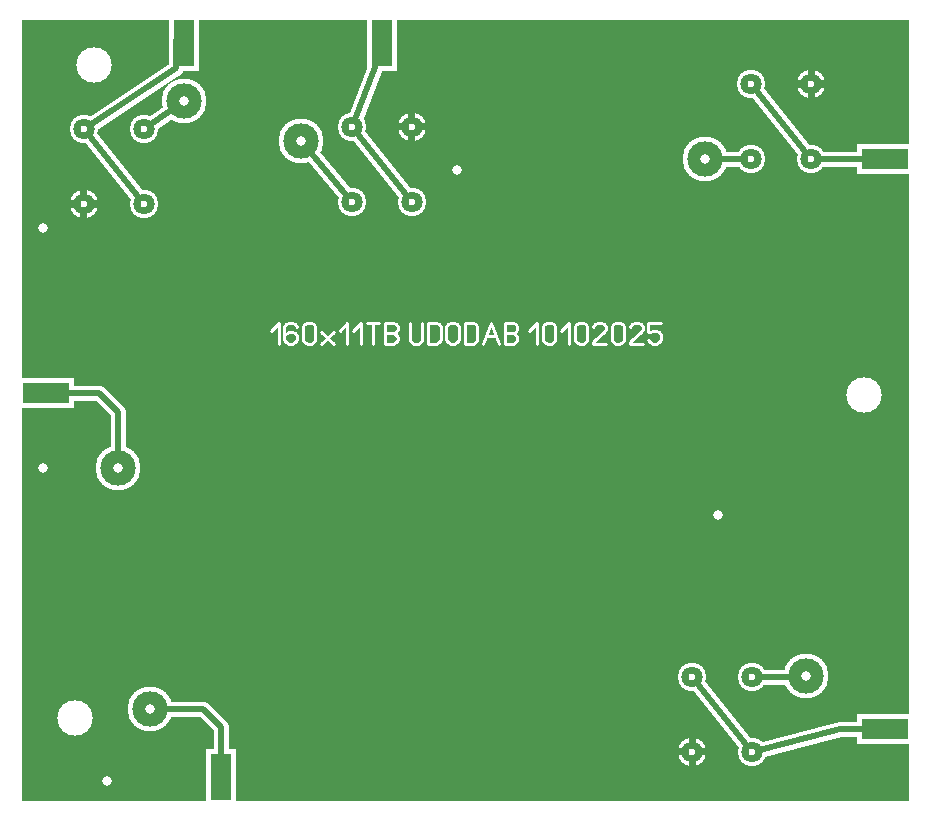
<source format=gbr>
%FSLAX34Y34*%
%MOMM*%
%LNCOPPER_TOP*%
G71*
G01*
%ADD10C, 0.002*%
%ADD11C, 5.000*%
%ADD12C, 2.400*%
%ADD13C, 3.000*%
%ADD14C, 3.800*%
%ADD15C, 1.300*%
%ADD16R, 2.600X4.800*%
%ADD17R, 2.000X4.000*%
%ADD18R, 4.800X2.600*%
%ADD19R, 4.000X2.000*%
%ADD20C, 0.222*%
%ADD21C, 0.600*%
%ADD22C, 1.800*%
%ADD23C, 0.500*%
%ADD24R, 1.800X4.000*%
%ADD25R, 4.000X1.800*%
%ADD26C, 3.000*%
%ADD27C, 0.800*%
%LPD*%
G54D10*
X0Y0D02*
X750000Y0D01*
X750000Y-660000D01*
X0Y-660000D01*
X0Y0D01*
G36*
X0Y0D02*
X750000Y0D01*
X750000Y-660000D01*
X0Y-660000D01*
X0Y0D01*
G37*
%LPC*%
X60325Y-38100D02*
G54D11*
D03*
X44450Y-590550D02*
G54D11*
D03*
X51992Y-155574D02*
G54D12*
D03*
X102791Y-92074D02*
G54D12*
D03*
X102791Y-155574D02*
G54D12*
D03*
X51991Y-92074D02*
G54D12*
D03*
X71834Y-644128D02*
G54D13*
D03*
X17462Y-379015D02*
G54D13*
D03*
X17462Y-175816D02*
G54D13*
D03*
X368300Y-127000D02*
G54D13*
D03*
X589359Y-418703D02*
G54D13*
D03*
X663812Y-555544D02*
G54D14*
D03*
X577850Y-117475D02*
G54D14*
D03*
X236141Y-101997D02*
G54D14*
D03*
X136516Y-67981D02*
G54D14*
D03*
X80963Y-379016D02*
G54D14*
D03*
X108460Y-582857D02*
G54D14*
D03*
G54D15*
X102791Y-155574D02*
X51991Y-92074D01*
X130175Y-40481D01*
X130175Y-16669D01*
G54D15*
X102791Y-92074D02*
X136516Y-67981D01*
X329804Y-90090D02*
G54D12*
D03*
X279004Y-153590D02*
G54D12*
D03*
X279004Y-90090D02*
G54D12*
D03*
X329805Y-153590D02*
G54D12*
D03*
G54D15*
X329805Y-153590D02*
X279004Y-90090D01*
X300038Y-34925D01*
G54D15*
X279004Y-153590D02*
X236141Y-101997D01*
X667942Y-53974D02*
G54D12*
D03*
X617142Y-117474D02*
G54D12*
D03*
X617142Y-53974D02*
G54D12*
D03*
X667942Y-117475D02*
G54D12*
D03*
G54D15*
X667942Y-117475D02*
X617142Y-53974D01*
G54D15*
X617142Y-117474D02*
X577850Y-117475D01*
X567136Y-619124D02*
G54D12*
D03*
X617936Y-555624D02*
G54D12*
D03*
X617935Y-619124D02*
G54D12*
D03*
X567135Y-555623D02*
G54D12*
D03*
G54D15*
X567135Y-555623D02*
X617935Y-619124D01*
G54D15*
X617936Y-555624D02*
X663732Y-555624D01*
X663812Y-555544D01*
X136525Y-19447D02*
G54D16*
D03*
X163512Y-19447D02*
G54D17*
D03*
X109538Y-19447D02*
G54D17*
D03*
X304800Y-19050D02*
G54D16*
D03*
X331788Y-19050D02*
G54D17*
D03*
X277812Y-19050D02*
G54D17*
D03*
X730647Y-117475D02*
G54D18*
D03*
X730647Y-144462D02*
G54D19*
D03*
X730647Y-90488D02*
G54D19*
D03*
G54D15*
X731838Y-117475D02*
X667942Y-117475D01*
X730647Y-600075D02*
G54D18*
D03*
X730647Y-627062D02*
G54D19*
D03*
X730647Y-573088D02*
G54D19*
D03*
G54D15*
X731838Y-600075D02*
X692150Y-600075D01*
X617935Y-619124D01*
X19844Y-315912D02*
G54D18*
D03*
X19844Y-342900D02*
G54D19*
D03*
X19844Y-288925D02*
G54D19*
D03*
G54D15*
X19050Y-315912D02*
X65088Y-315912D01*
X80962Y-331788D01*
X80963Y-379016D01*
X168275Y-640556D02*
G54D16*
D03*
X141288Y-640556D02*
G54D17*
D03*
X195262Y-640556D02*
G54D17*
D03*
G54D15*
X108460Y-582857D02*
X152644Y-582857D01*
X168275Y-598488D01*
X168275Y-642937D01*
X712788Y-317500D02*
G54D11*
D03*
G54D20*
X210344Y-262733D02*
X217010Y-256066D01*
X217010Y-273844D01*
G54D20*
X232566Y-259399D02*
X231233Y-257177D01*
X228566Y-256066D01*
X225900Y-256066D01*
X223233Y-257177D01*
X221900Y-259399D01*
X221900Y-264955D01*
X221900Y-266066D01*
X225900Y-263844D01*
X228566Y-263844D01*
X231233Y-264955D01*
X232566Y-267177D01*
X232566Y-270510D01*
X231233Y-272733D01*
X228566Y-273844D01*
X225900Y-273844D01*
X223233Y-272733D01*
X221900Y-270510D01*
X221900Y-264955D01*
G54D20*
X248122Y-259399D02*
X248122Y-270510D01*
X246789Y-272733D01*
X244122Y-273844D01*
X241456Y-273844D01*
X238789Y-272733D01*
X237456Y-270510D01*
X237456Y-259399D01*
X238789Y-257177D01*
X241456Y-256066D01*
X244122Y-256066D01*
X246789Y-257177D01*
X248122Y-259399D01*
G54D20*
X253012Y-263844D02*
X263678Y-273844D01*
G54D20*
X253012Y-273844D02*
X263678Y-263844D01*
G54D20*
X268568Y-262733D02*
X275234Y-256066D01*
X275234Y-273844D01*
G54D20*
X280124Y-262733D02*
X286790Y-256066D01*
X286790Y-273844D01*
G54D20*
X297013Y-273844D02*
X297013Y-256066D01*
G54D20*
X291680Y-256066D02*
X302346Y-256066D01*
G54D20*
X307236Y-273844D02*
X307236Y-256066D01*
X313902Y-256066D01*
X316569Y-257177D01*
X317902Y-259399D01*
X317902Y-261622D01*
X316569Y-263844D01*
X313902Y-264955D01*
X316569Y-266066D01*
X317902Y-268288D01*
X317902Y-270510D01*
X316569Y-272733D01*
X313902Y-273844D01*
X307236Y-273844D01*
G54D20*
X307236Y-264955D02*
X313902Y-264955D01*
G54D20*
X327948Y-256066D02*
X327948Y-270510D01*
X329281Y-272733D01*
X331948Y-273844D01*
X334614Y-273844D01*
X337281Y-272733D01*
X338614Y-270510D01*
X338614Y-256066D01*
G54D20*
X343504Y-273844D02*
X343504Y-256066D01*
X350170Y-256066D01*
X352837Y-257177D01*
X354170Y-259399D01*
X354170Y-270510D01*
X352837Y-272733D01*
X350170Y-273844D01*
X343504Y-273844D01*
G54D20*
X369726Y-259399D02*
X369726Y-270510D01*
X368393Y-272733D01*
X365726Y-273844D01*
X363060Y-273844D01*
X360393Y-272733D01*
X359060Y-270510D01*
X359060Y-259399D01*
X360393Y-257177D01*
X363060Y-256066D01*
X365726Y-256066D01*
X368393Y-257177D01*
X369726Y-259399D01*
G54D20*
X374616Y-273844D02*
X374616Y-256066D01*
X381282Y-256066D01*
X383949Y-257177D01*
X385282Y-259399D01*
X385282Y-270510D01*
X383949Y-272733D01*
X381282Y-273844D01*
X374616Y-273844D01*
G54D20*
X390172Y-273844D02*
X396838Y-256066D01*
X403505Y-273844D01*
G54D20*
X392838Y-267177D02*
X400838Y-267177D01*
G54D20*
X408394Y-273844D02*
X408394Y-256066D01*
X415060Y-256066D01*
X417727Y-257177D01*
X419060Y-259399D01*
X419060Y-261622D01*
X417727Y-263844D01*
X415060Y-264955D01*
X417727Y-266066D01*
X419060Y-268288D01*
X419060Y-270510D01*
X417727Y-272733D01*
X415060Y-273844D01*
X408394Y-273844D01*
G54D20*
X408394Y-264955D02*
X415060Y-264955D01*
G54D20*
X429106Y-262733D02*
X435772Y-256066D01*
X435772Y-273844D01*
G54D20*
X451328Y-259399D02*
X451328Y-270510D01*
X449995Y-272733D01*
X447328Y-273844D01*
X444662Y-273844D01*
X441995Y-272733D01*
X440662Y-270510D01*
X440662Y-259399D01*
X441995Y-257177D01*
X444662Y-256066D01*
X447328Y-256066D01*
X449995Y-257177D01*
X451328Y-259399D01*
G54D20*
X456218Y-262733D02*
X462884Y-256066D01*
X462884Y-273844D01*
G54D20*
X478440Y-259399D02*
X478440Y-270510D01*
X477107Y-272733D01*
X474440Y-273844D01*
X471774Y-273844D01*
X469107Y-272733D01*
X467774Y-270510D01*
X467774Y-259399D01*
X469107Y-257177D01*
X471774Y-256066D01*
X474440Y-256066D01*
X477107Y-257177D01*
X478440Y-259399D01*
G54D20*
X493996Y-273844D02*
X483330Y-273844D01*
X483330Y-272733D01*
X484663Y-270510D01*
X492663Y-263844D01*
X493996Y-261622D01*
X493996Y-259399D01*
X492663Y-257177D01*
X489996Y-256066D01*
X487330Y-256066D01*
X484663Y-257177D01*
X483330Y-259399D01*
G54D20*
X509552Y-259399D02*
X509552Y-270510D01*
X508219Y-272733D01*
X505552Y-273844D01*
X502886Y-273844D01*
X500219Y-272733D01*
X498886Y-270510D01*
X498886Y-259399D01*
X500219Y-257177D01*
X502886Y-256066D01*
X505552Y-256066D01*
X508219Y-257177D01*
X509552Y-259399D01*
G54D20*
X525108Y-273844D02*
X514442Y-273844D01*
X514442Y-272733D01*
X515775Y-270510D01*
X523775Y-263844D01*
X525108Y-261622D01*
X525108Y-259399D01*
X523775Y-257177D01*
X521108Y-256066D01*
X518442Y-256066D01*
X515775Y-257177D01*
X514442Y-259399D01*
G54D20*
X540664Y-256066D02*
X529998Y-256066D01*
X529998Y-263844D01*
X531331Y-263844D01*
X533998Y-262733D01*
X536664Y-262733D01*
X539331Y-263844D01*
X540664Y-266066D01*
X540664Y-270510D01*
X539331Y-272733D01*
X536664Y-273844D01*
X533998Y-273844D01*
X531331Y-272733D01*
X529998Y-270510D01*
%LPD*%
G54D21*
G36*
X51992Y-152574D02*
X64492Y-152574D01*
X64492Y-158574D01*
X51992Y-158574D01*
X51992Y-152574D01*
G37*
G36*
X54992Y-155574D02*
X54992Y-168074D01*
X48992Y-168074D01*
X48992Y-155574D01*
X54992Y-155574D01*
G37*
G36*
X51992Y-158574D02*
X39492Y-158574D01*
X39492Y-152574D01*
X51992Y-152574D01*
X51992Y-158574D01*
G37*
G36*
X48992Y-155574D02*
X48992Y-143074D01*
X54992Y-143074D01*
X54992Y-155574D01*
X48992Y-155574D01*
G37*
G54D21*
G36*
X329804Y-93090D02*
X317304Y-93090D01*
X317304Y-87090D01*
X329804Y-87090D01*
X329804Y-93090D01*
G37*
G36*
X326804Y-90090D02*
X326804Y-77590D01*
X332804Y-77590D01*
X332804Y-90090D01*
X326804Y-90090D01*
G37*
G36*
X329804Y-87090D02*
X342304Y-87090D01*
X342304Y-93090D01*
X329804Y-93090D01*
X329804Y-87090D01*
G37*
G36*
X332804Y-90090D02*
X332804Y-102590D01*
X326804Y-102590D01*
X326804Y-90090D01*
X332804Y-90090D01*
G37*
G54D21*
G36*
X667942Y-56974D02*
X655442Y-56974D01*
X655442Y-50974D01*
X667942Y-50974D01*
X667942Y-56974D01*
G37*
G36*
X664942Y-53974D02*
X664942Y-41474D01*
X670942Y-41474D01*
X670942Y-53974D01*
X664942Y-53974D01*
G37*
G36*
X667942Y-50974D02*
X680442Y-50974D01*
X680442Y-56974D01*
X667942Y-56974D01*
X667942Y-50974D01*
G37*
G36*
X670942Y-53974D02*
X670942Y-66474D01*
X664942Y-66474D01*
X664942Y-53974D01*
X670942Y-53974D01*
G37*
G54D21*
G36*
X567136Y-616124D02*
X579636Y-616124D01*
X579636Y-622124D01*
X567136Y-622124D01*
X567136Y-616124D01*
G37*
G36*
X570136Y-619124D02*
X570136Y-631624D01*
X564136Y-631624D01*
X564136Y-619124D01*
X570136Y-619124D01*
G37*
G36*
X567136Y-622124D02*
X554636Y-622124D01*
X554636Y-616124D01*
X567136Y-616124D01*
X567136Y-622124D01*
G37*
G36*
X564136Y-619124D02*
X564136Y-606624D01*
X570136Y-606624D01*
X570136Y-619124D01*
X564136Y-619124D01*
G37*
X60325Y-38100D02*
G54D11*
D03*
X44450Y-590550D02*
G54D11*
D03*
X51992Y-155574D02*
G54D22*
D03*
X102791Y-92074D02*
G54D22*
D03*
X102791Y-155574D02*
G54D22*
D03*
X51991Y-92074D02*
G54D22*
D03*
X71834Y-644128D02*
G54D13*
D03*
X17462Y-379015D02*
G54D13*
D03*
X17462Y-175816D02*
G54D13*
D03*
X368300Y-127000D02*
G54D13*
D03*
X589359Y-418703D02*
G54D13*
D03*
X663812Y-555544D02*
G54D13*
D03*
X577850Y-117475D02*
G54D13*
D03*
X236141Y-101997D02*
G54D13*
D03*
X136516Y-67981D02*
G54D13*
D03*
X80963Y-379016D02*
G54D13*
D03*
X108460Y-582857D02*
G54D13*
D03*
G54D23*
X102791Y-155574D02*
X51991Y-92074D01*
X130175Y-40481D01*
X130175Y-16669D01*
G54D23*
X102791Y-92074D02*
X136516Y-67981D01*
X329804Y-90090D02*
G54D22*
D03*
X279004Y-153590D02*
G54D22*
D03*
X279004Y-90090D02*
G54D22*
D03*
X329805Y-153590D02*
G54D22*
D03*
G54D23*
X329805Y-153590D02*
X279004Y-90090D01*
X300038Y-34925D01*
G54D23*
X279004Y-153590D02*
X236141Y-101997D01*
X667942Y-53974D02*
G54D22*
D03*
X617142Y-117474D02*
G54D22*
D03*
X617142Y-53974D02*
G54D22*
D03*
X667942Y-117475D02*
G54D22*
D03*
G54D23*
X667942Y-117475D02*
X617142Y-53974D01*
G54D23*
X617142Y-117474D02*
X577850Y-117475D01*
X567136Y-619124D02*
G54D22*
D03*
X617936Y-555624D02*
G54D22*
D03*
X617935Y-619124D02*
G54D22*
D03*
X567135Y-555623D02*
G54D22*
D03*
G54D23*
X567135Y-555623D02*
X617935Y-619124D01*
G54D23*
X617936Y-555624D02*
X663732Y-555624D01*
X663812Y-555544D01*
X136525Y-19447D02*
G54D24*
D03*
X163512Y-19447D02*
G54D17*
D03*
X109538Y-19447D02*
G54D17*
D03*
X304800Y-19050D02*
G54D24*
D03*
X331788Y-19050D02*
G54D17*
D03*
X277812Y-19050D02*
G54D17*
D03*
X730647Y-117475D02*
G54D25*
D03*
X730647Y-144462D02*
G54D19*
D03*
X730647Y-90488D02*
G54D19*
D03*
G54D23*
X731838Y-117475D02*
X667942Y-117475D01*
X730647Y-600075D02*
G54D25*
D03*
X730647Y-627062D02*
G54D19*
D03*
X730647Y-573088D02*
G54D19*
D03*
G54D23*
X731838Y-600075D02*
X692150Y-600075D01*
X617935Y-619124D01*
X19844Y-315912D02*
G54D25*
D03*
X19844Y-342900D02*
G54D19*
D03*
X19844Y-288925D02*
G54D19*
D03*
G54D23*
X19050Y-315912D02*
X65088Y-315912D01*
X80962Y-331788D01*
X80963Y-379016D01*
X168275Y-640556D02*
G54D24*
D03*
X141288Y-640556D02*
G54D17*
D03*
X195262Y-640556D02*
G54D17*
D03*
G54D23*
X108460Y-582857D02*
X152644Y-582857D01*
X168275Y-598488D01*
X168275Y-642937D01*
X712788Y-317500D02*
G54D11*
D03*
%LNAUGENFREISTANZEN*%
%LPC*%
X60325Y-38100D02*
G54D26*
D03*
X44450Y-590550D02*
G54D26*
D03*
X51992Y-155574D02*
G54D21*
D03*
X102791Y-92074D02*
G54D21*
D03*
X102791Y-155574D02*
G54D21*
D03*
X51991Y-92074D02*
G54D21*
D03*
X71834Y-644128D02*
G54D27*
D03*
X17462Y-379015D02*
G54D27*
D03*
X17462Y-175816D02*
G54D27*
D03*
X368300Y-127000D02*
G54D27*
D03*
X589359Y-418703D02*
G54D27*
D03*
X663812Y-555544D02*
G54D27*
D03*
X577850Y-117475D02*
G54D27*
D03*
X236141Y-101997D02*
G54D27*
D03*
X136516Y-67981D02*
G54D27*
D03*
X80963Y-379016D02*
G54D27*
D03*
X108460Y-582857D02*
G54D27*
D03*
X329804Y-90090D02*
G54D21*
D03*
X279004Y-153590D02*
G54D21*
D03*
X279004Y-90090D02*
G54D21*
D03*
X329805Y-153590D02*
G54D21*
D03*
X667942Y-53974D02*
G54D21*
D03*
X617142Y-117474D02*
G54D21*
D03*
X617142Y-53974D02*
G54D21*
D03*
X667942Y-117475D02*
G54D21*
D03*
X567136Y-619124D02*
G54D21*
D03*
X617936Y-555624D02*
G54D21*
D03*
X617935Y-619124D02*
G54D21*
D03*
X567135Y-555623D02*
G54D21*
D03*
X712788Y-317500D02*
G54D26*
D03*
M02*

</source>
